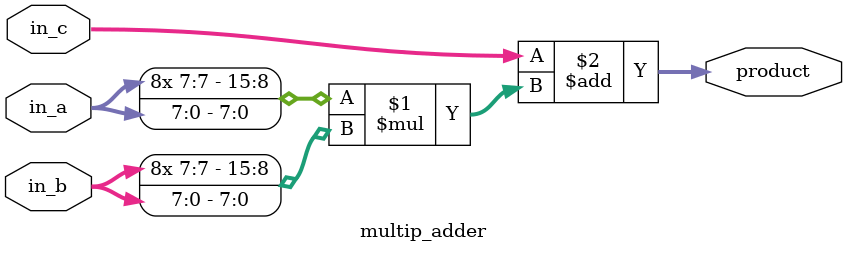
<source format=v>
module multip_adder(	// file.cleaned.mlir:2:3
  input  [7:0]  in_a,	// file.cleaned.mlir:2:30
                in_b,	// file.cleaned.mlir:2:45
  input  [15:0] in_c,	// file.cleaned.mlir:2:60
  output [15:0] product	// file.cleaned.mlir:2:77
);

  assign product = in_c + {{8{in_a[7]}}, in_a} * {{8{in_b[7]}}, in_b};	// file.cleaned.mlir:3:10, :4:10, :5:10, :6:10, :7:10, :8:10, :9:10, :10:10, :11:5
endmodule


</source>
